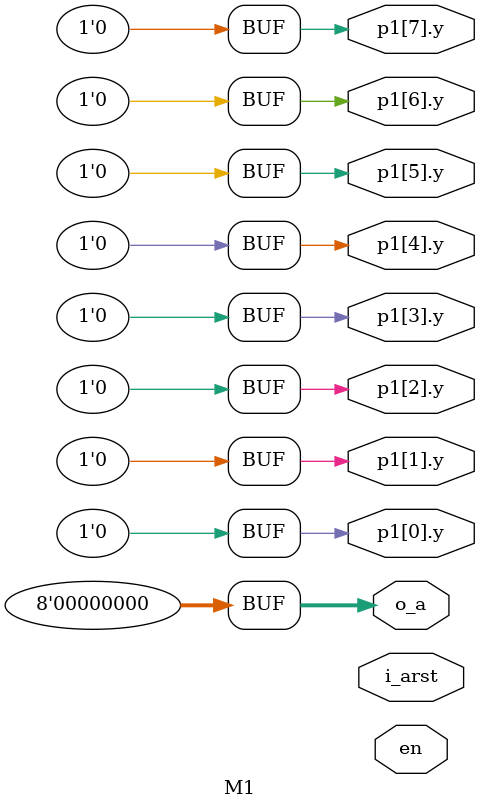
<source format=v>


module M1 ( \p1[7].y , \p1[6].y , \p1[5].y , \p1[4].y , \p1[3].y , \p1[2].y , 
        \p1[1].y , \p1[0].y , o_a, en, i_arst );
  output [7:0] o_a;
  output \p1[7].y , \p1[6].y , \p1[5].y , \p1[4].y , \p1[3].y , \p1[2].y ,
         \p1[1].y , \p1[0].y , en, i_arst;

  assign o_a[7] = 1'b0;
  assign \p1[7].y  = 1'b0;
  assign o_a[6] = 1'b0;
  assign \p1[6].y  = 1'b0;
  assign o_a[5] = 1'b0;
  assign \p1[5].y  = 1'b0;
  assign o_a[4] = 1'b0;
  assign \p1[4].y  = 1'b0;
  assign o_a[3] = 1'b0;
  assign \p1[3].y  = 1'b0;
  assign o_a[2] = 1'b0;
  assign \p1[2].y  = 1'b0;
  assign o_a[1] = 1'b0;
  assign \p1[1].y  = 1'b0;
  assign o_a[0] = 1'b0;
  assign \p1[0].y  = 1'b0;

endmodule


</source>
